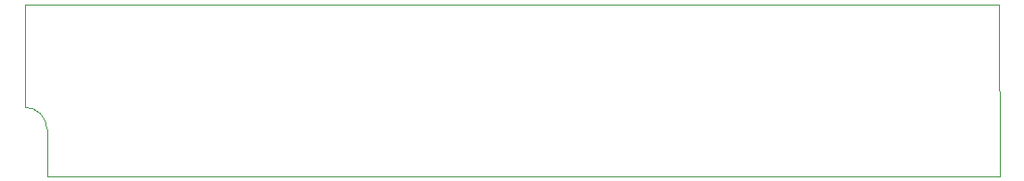
<source format=gbr>
%TF.GenerationSoftware,KiCad,Pcbnew,8.0.0*%
%TF.CreationDate,2024-11-03T15:19:12-05:00*%
%TF.ProjectId,macintosh-dram-1m-simm,6d616369-6e74-46f7-9368-2d6472616d2d,rev?*%
%TF.SameCoordinates,Original*%
%TF.FileFunction,Profile,NP*%
%FSLAX46Y46*%
G04 Gerber Fmt 4.6, Leading zero omitted, Abs format (unit mm)*
G04 Created by KiCad (PCBNEW 8.0.0) date 2024-11-03 15:19:12*
%MOMM*%
%LPD*%
G01*
G04 APERTURE LIST*
%TA.AperFunction,Profile*%
%ADD10C,0.050000*%
%TD*%
G04 APERTURE END LIST*
D10*
X116332000Y-122682000D02*
X116332000Y-127000000D01*
X203250000Y-111250000D02*
X114300000Y-111250000D01*
X116332000Y-127000000D02*
X203300000Y-127000000D01*
X203300000Y-127000000D02*
X203250000Y-111250000D01*
X114300000Y-111250000D02*
X114300000Y-120650000D01*
X114300000Y-120650000D02*
G75*
G02*
X116332000Y-122682000I0J-2032000D01*
G01*
M02*

</source>
